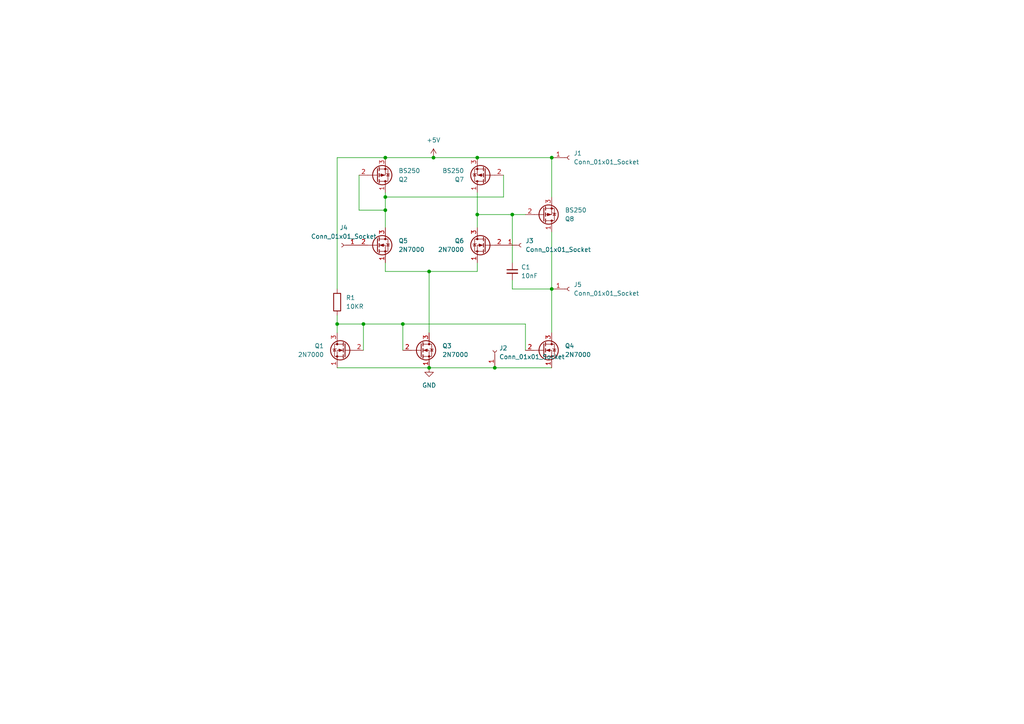
<source format=kicad_sch>
(kicad_sch
	(version 20250114)
	(generator "eeschema")
	(generator_version "9.0")
	(uuid "61aefb99-ed1c-4b07-a7c4-41761677bc89")
	(paper "A4")
	(lib_symbols
		(symbol "Connector:Conn_01x01_Socket"
			(pin_names
				(offset 1.016)
				(hide yes)
			)
			(exclude_from_sim no)
			(in_bom yes)
			(on_board yes)
			(property "Reference" "J"
				(at 0 2.54 0)
				(effects
					(font
						(size 1.27 1.27)
					)
				)
			)
			(property "Value" "Conn_01x01_Socket"
				(at 0 -2.54 0)
				(effects
					(font
						(size 1.27 1.27)
					)
				)
			)
			(property "Footprint" ""
				(at 0 0 0)
				(effects
					(font
						(size 1.27 1.27)
					)
					(hide yes)
				)
			)
			(property "Datasheet" "~"
				(at 0 0 0)
				(effects
					(font
						(size 1.27 1.27)
					)
					(hide yes)
				)
			)
			(property "Description" "Generic connector, single row, 01x01, script generated"
				(at 0 0 0)
				(effects
					(font
						(size 1.27 1.27)
					)
					(hide yes)
				)
			)
			(property "ki_locked" ""
				(at 0 0 0)
				(effects
					(font
						(size 1.27 1.27)
					)
				)
			)
			(property "ki_keywords" "connector"
				(at 0 0 0)
				(effects
					(font
						(size 1.27 1.27)
					)
					(hide yes)
				)
			)
			(property "ki_fp_filters" "Connector*:*_1x??_*"
				(at 0 0 0)
				(effects
					(font
						(size 1.27 1.27)
					)
					(hide yes)
				)
			)
			(symbol "Conn_01x01_Socket_1_1"
				(polyline
					(pts
						(xy -1.27 0) (xy -0.508 0)
					)
					(stroke
						(width 0.1524)
						(type default)
					)
					(fill
						(type none)
					)
				)
				(arc
					(start 0 -0.508)
					(mid -0.5058 0)
					(end 0 0.508)
					(stroke
						(width 0.1524)
						(type default)
					)
					(fill
						(type none)
					)
				)
				(pin passive line
					(at -5.08 0 0)
					(length 3.81)
					(name "Pin_1"
						(effects
							(font
								(size 1.27 1.27)
							)
						)
					)
					(number "1"
						(effects
							(font
								(size 1.27 1.27)
							)
						)
					)
				)
			)
			(embedded_fonts no)
		)
		(symbol "Device:C_Small"
			(pin_numbers
				(hide yes)
			)
			(pin_names
				(offset 0.254)
				(hide yes)
			)
			(exclude_from_sim no)
			(in_bom yes)
			(on_board yes)
			(property "Reference" "C"
				(at 0.254 1.778 0)
				(effects
					(font
						(size 1.27 1.27)
					)
					(justify left)
				)
			)
			(property "Value" "C_Small"
				(at 0.254 -2.032 0)
				(effects
					(font
						(size 1.27 1.27)
					)
					(justify left)
				)
			)
			(property "Footprint" ""
				(at 0 0 0)
				(effects
					(font
						(size 1.27 1.27)
					)
					(hide yes)
				)
			)
			(property "Datasheet" "~"
				(at 0 0 0)
				(effects
					(font
						(size 1.27 1.27)
					)
					(hide yes)
				)
			)
			(property "Description" "Unpolarized capacitor, small symbol"
				(at 0 0 0)
				(effects
					(font
						(size 1.27 1.27)
					)
					(hide yes)
				)
			)
			(property "ki_keywords" "capacitor cap"
				(at 0 0 0)
				(effects
					(font
						(size 1.27 1.27)
					)
					(hide yes)
				)
			)
			(property "ki_fp_filters" "C_*"
				(at 0 0 0)
				(effects
					(font
						(size 1.27 1.27)
					)
					(hide yes)
				)
			)
			(symbol "C_Small_0_1"
				(polyline
					(pts
						(xy -1.524 0.508) (xy 1.524 0.508)
					)
					(stroke
						(width 0.3048)
						(type default)
					)
					(fill
						(type none)
					)
				)
				(polyline
					(pts
						(xy -1.524 -0.508) (xy 1.524 -0.508)
					)
					(stroke
						(width 0.3302)
						(type default)
					)
					(fill
						(type none)
					)
				)
			)
			(symbol "C_Small_1_1"
				(pin passive line
					(at 0 2.54 270)
					(length 2.032)
					(name "~"
						(effects
							(font
								(size 1.27 1.27)
							)
						)
					)
					(number "1"
						(effects
							(font
								(size 1.27 1.27)
							)
						)
					)
				)
				(pin passive line
					(at 0 -2.54 90)
					(length 2.032)
					(name "~"
						(effects
							(font
								(size 1.27 1.27)
							)
						)
					)
					(number "2"
						(effects
							(font
								(size 1.27 1.27)
							)
						)
					)
				)
			)
			(embedded_fonts no)
		)
		(symbol "Device:R"
			(pin_numbers
				(hide yes)
			)
			(pin_names
				(offset 0)
			)
			(exclude_from_sim no)
			(in_bom yes)
			(on_board yes)
			(property "Reference" "R"
				(at 2.032 0 90)
				(effects
					(font
						(size 1.27 1.27)
					)
				)
			)
			(property "Value" "R"
				(at 0 0 90)
				(effects
					(font
						(size 1.27 1.27)
					)
				)
			)
			(property "Footprint" ""
				(at -1.778 0 90)
				(effects
					(font
						(size 1.27 1.27)
					)
					(hide yes)
				)
			)
			(property "Datasheet" "~"
				(at 0 0 0)
				(effects
					(font
						(size 1.27 1.27)
					)
					(hide yes)
				)
			)
			(property "Description" "Resistor"
				(at 0 0 0)
				(effects
					(font
						(size 1.27 1.27)
					)
					(hide yes)
				)
			)
			(property "ki_keywords" "R res resistor"
				(at 0 0 0)
				(effects
					(font
						(size 1.27 1.27)
					)
					(hide yes)
				)
			)
			(property "ki_fp_filters" "R_*"
				(at 0 0 0)
				(effects
					(font
						(size 1.27 1.27)
					)
					(hide yes)
				)
			)
			(symbol "R_0_1"
				(rectangle
					(start -1.016 -2.54)
					(end 1.016 2.54)
					(stroke
						(width 0.254)
						(type default)
					)
					(fill
						(type none)
					)
				)
			)
			(symbol "R_1_1"
				(pin passive line
					(at 0 3.81 270)
					(length 1.27)
					(name "~"
						(effects
							(font
								(size 1.27 1.27)
							)
						)
					)
					(number "1"
						(effects
							(font
								(size 1.27 1.27)
							)
						)
					)
				)
				(pin passive line
					(at 0 -3.81 90)
					(length 1.27)
					(name "~"
						(effects
							(font
								(size 1.27 1.27)
							)
						)
					)
					(number "2"
						(effects
							(font
								(size 1.27 1.27)
							)
						)
					)
				)
			)
			(embedded_fonts no)
		)
		(symbol "Transistor_FET:2N7000"
			(pin_names
				(hide yes)
			)
			(exclude_from_sim no)
			(in_bom yes)
			(on_board yes)
			(property "Reference" "Q"
				(at 5.08 1.905 0)
				(effects
					(font
						(size 1.27 1.27)
					)
					(justify left)
				)
			)
			(property "Value" "2N7000"
				(at 5.08 0 0)
				(effects
					(font
						(size 1.27 1.27)
					)
					(justify left)
				)
			)
			(property "Footprint" "Package_TO_SOT_THT:TO-92_Inline"
				(at 5.08 -1.905 0)
				(effects
					(font
						(size 1.27 1.27)
						(italic yes)
					)
					(justify left)
					(hide yes)
				)
			)
			(property "Datasheet" "https://www.vishay.com/docs/70226/70226.pdf"
				(at 5.08 -3.81 0)
				(effects
					(font
						(size 1.27 1.27)
					)
					(justify left)
					(hide yes)
				)
			)
			(property "Description" "0.2A Id, 200V Vds, N-Channel MOSFET, 2.6V Logic Level, TO-92"
				(at 0 0 0)
				(effects
					(font
						(size 1.27 1.27)
					)
					(hide yes)
				)
			)
			(property "ki_keywords" "N-Channel MOSFET Logic-Level"
				(at 0 0 0)
				(effects
					(font
						(size 1.27 1.27)
					)
					(hide yes)
				)
			)
			(property "ki_fp_filters" "TO?92*"
				(at 0 0 0)
				(effects
					(font
						(size 1.27 1.27)
					)
					(hide yes)
				)
			)
			(symbol "2N7000_0_1"
				(polyline
					(pts
						(xy 0.254 1.905) (xy 0.254 -1.905)
					)
					(stroke
						(width 0.254)
						(type default)
					)
					(fill
						(type none)
					)
				)
				(polyline
					(pts
						(xy 0.254 0) (xy -2.54 0)
					)
					(stroke
						(width 0)
						(type default)
					)
					(fill
						(type none)
					)
				)
				(polyline
					(pts
						(xy 0.762 2.286) (xy 0.762 1.27)
					)
					(stroke
						(width 0.254)
						(type default)
					)
					(fill
						(type none)
					)
				)
				(polyline
					(pts
						(xy 0.762 0.508) (xy 0.762 -0.508)
					)
					(stroke
						(width 0.254)
						(type default)
					)
					(fill
						(type none)
					)
				)
				(polyline
					(pts
						(xy 0.762 -1.27) (xy 0.762 -2.286)
					)
					(stroke
						(width 0.254)
						(type default)
					)
					(fill
						(type none)
					)
				)
				(polyline
					(pts
						(xy 0.762 -1.778) (xy 3.302 -1.778) (xy 3.302 1.778) (xy 0.762 1.778)
					)
					(stroke
						(width 0)
						(type default)
					)
					(fill
						(type none)
					)
				)
				(polyline
					(pts
						(xy 1.016 0) (xy 2.032 0.381) (xy 2.032 -0.381) (xy 1.016 0)
					)
					(stroke
						(width 0)
						(type default)
					)
					(fill
						(type outline)
					)
				)
				(circle
					(center 1.651 0)
					(radius 2.794)
					(stroke
						(width 0.254)
						(type default)
					)
					(fill
						(type none)
					)
				)
				(polyline
					(pts
						(xy 2.54 2.54) (xy 2.54 1.778)
					)
					(stroke
						(width 0)
						(type default)
					)
					(fill
						(type none)
					)
				)
				(circle
					(center 2.54 1.778)
					(radius 0.254)
					(stroke
						(width 0)
						(type default)
					)
					(fill
						(type outline)
					)
				)
				(circle
					(center 2.54 -1.778)
					(radius 0.254)
					(stroke
						(width 0)
						(type default)
					)
					(fill
						(type outline)
					)
				)
				(polyline
					(pts
						(xy 2.54 -2.54) (xy 2.54 0) (xy 0.762 0)
					)
					(stroke
						(width 0)
						(type default)
					)
					(fill
						(type none)
					)
				)
				(polyline
					(pts
						(xy 2.794 0.508) (xy 2.921 0.381) (xy 3.683 0.381) (xy 3.81 0.254)
					)
					(stroke
						(width 0)
						(type default)
					)
					(fill
						(type none)
					)
				)
				(polyline
					(pts
						(xy 3.302 0.381) (xy 2.921 -0.254) (xy 3.683 -0.254) (xy 3.302 0.381)
					)
					(stroke
						(width 0)
						(type default)
					)
					(fill
						(type none)
					)
				)
			)
			(symbol "2N7000_1_1"
				(pin input line
					(at -5.08 0 0)
					(length 2.54)
					(name "G"
						(effects
							(font
								(size 1.27 1.27)
							)
						)
					)
					(number "2"
						(effects
							(font
								(size 1.27 1.27)
							)
						)
					)
				)
				(pin passive line
					(at 2.54 5.08 270)
					(length 2.54)
					(name "D"
						(effects
							(font
								(size 1.27 1.27)
							)
						)
					)
					(number "3"
						(effects
							(font
								(size 1.27 1.27)
							)
						)
					)
				)
				(pin passive line
					(at 2.54 -5.08 90)
					(length 2.54)
					(name "S"
						(effects
							(font
								(size 1.27 1.27)
							)
						)
					)
					(number "1"
						(effects
							(font
								(size 1.27 1.27)
							)
						)
					)
				)
			)
			(embedded_fonts no)
		)
		(symbol "Transistor_FET:BS250"
			(pin_names
				(hide yes)
			)
			(exclude_from_sim no)
			(in_bom yes)
			(on_board yes)
			(property "Reference" "Q"
				(at 5.08 1.905 0)
				(effects
					(font
						(size 1.27 1.27)
					)
					(justify left)
				)
			)
			(property "Value" "BS250"
				(at 5.08 0 0)
				(effects
					(font
						(size 1.27 1.27)
					)
					(justify left)
				)
			)
			(property "Footprint" "Package_TO_SOT_THT:TO-92_Inline"
				(at 5.08 -1.905 0)
				(effects
					(font
						(size 1.27 1.27)
						(italic yes)
					)
					(justify left)
					(hide yes)
				)
			)
			(property "Datasheet" "http://www.vishay.com/docs/70209/70209.pdf"
				(at 5.08 -3.81 0)
				(effects
					(font
						(size 1.27 1.27)
					)
					(justify left)
					(hide yes)
				)
			)
			(property "Description" "-0.18A Id, -45V Vds, P-Channel MOSFET, TO-92"
				(at 0 0 0)
				(effects
					(font
						(size 1.27 1.27)
					)
					(hide yes)
				)
			)
			(property "ki_keywords" "P-Channel MOSFET"
				(at 0 0 0)
				(effects
					(font
						(size 1.27 1.27)
					)
					(hide yes)
				)
			)
			(property "ki_fp_filters" "TO?92*"
				(at 0 0 0)
				(effects
					(font
						(size 1.27 1.27)
					)
					(hide yes)
				)
			)
			(symbol "BS250_0_1"
				(polyline
					(pts
						(xy 0.254 1.905) (xy 0.254 -1.905)
					)
					(stroke
						(width 0.254)
						(type default)
					)
					(fill
						(type none)
					)
				)
				(polyline
					(pts
						(xy 0.254 0) (xy -2.54 0)
					)
					(stroke
						(width 0)
						(type default)
					)
					(fill
						(type none)
					)
				)
				(polyline
					(pts
						(xy 0.762 2.286) (xy 0.762 1.27)
					)
					(stroke
						(width 0.254)
						(type default)
					)
					(fill
						(type none)
					)
				)
				(polyline
					(pts
						(xy 0.762 1.778) (xy 3.302 1.778) (xy 3.302 -1.778) (xy 0.762 -1.778)
					)
					(stroke
						(width 0)
						(type default)
					)
					(fill
						(type none)
					)
				)
				(polyline
					(pts
						(xy 0.762 0.508) (xy 0.762 -0.508)
					)
					(stroke
						(width 0.254)
						(type default)
					)
					(fill
						(type none)
					)
				)
				(polyline
					(pts
						(xy 0.762 -1.27) (xy 0.762 -2.286)
					)
					(stroke
						(width 0.254)
						(type default)
					)
					(fill
						(type none)
					)
				)
				(circle
					(center 1.651 0)
					(radius 2.794)
					(stroke
						(width 0.254)
						(type default)
					)
					(fill
						(type none)
					)
				)
				(polyline
					(pts
						(xy 2.286 0) (xy 1.27 0.381) (xy 1.27 -0.381) (xy 2.286 0)
					)
					(stroke
						(width 0)
						(type default)
					)
					(fill
						(type outline)
					)
				)
				(polyline
					(pts
						(xy 2.54 2.54) (xy 2.54 1.778)
					)
					(stroke
						(width 0)
						(type default)
					)
					(fill
						(type none)
					)
				)
				(circle
					(center 2.54 1.778)
					(radius 0.254)
					(stroke
						(width 0)
						(type default)
					)
					(fill
						(type outline)
					)
				)
				(circle
					(center 2.54 -1.778)
					(radius 0.254)
					(stroke
						(width 0)
						(type default)
					)
					(fill
						(type outline)
					)
				)
				(polyline
					(pts
						(xy 2.54 -2.54) (xy 2.54 0) (xy 0.762 0)
					)
					(stroke
						(width 0)
						(type default)
					)
					(fill
						(type none)
					)
				)
				(polyline
					(pts
						(xy 2.794 -0.508) (xy 2.921 -0.381) (xy 3.683 -0.381) (xy 3.81 -0.254)
					)
					(stroke
						(width 0)
						(type default)
					)
					(fill
						(type none)
					)
				)
				(polyline
					(pts
						(xy 3.302 -0.381) (xy 2.921 0.254) (xy 3.683 0.254) (xy 3.302 -0.381)
					)
					(stroke
						(width 0)
						(type default)
					)
					(fill
						(type none)
					)
				)
			)
			(symbol "BS250_1_1"
				(pin input line
					(at -5.08 0 0)
					(length 2.54)
					(name "G"
						(effects
							(font
								(size 1.27 1.27)
							)
						)
					)
					(number "2"
						(effects
							(font
								(size 1.27 1.27)
							)
						)
					)
				)
				(pin passive line
					(at 2.54 5.08 270)
					(length 2.54)
					(name "D"
						(effects
							(font
								(size 1.27 1.27)
							)
						)
					)
					(number "1"
						(effects
							(font
								(size 1.27 1.27)
							)
						)
					)
				)
				(pin passive line
					(at 2.54 -5.08 90)
					(length 2.54)
					(name "S"
						(effects
							(font
								(size 1.27 1.27)
							)
						)
					)
					(number "3"
						(effects
							(font
								(size 1.27 1.27)
							)
						)
					)
				)
			)
			(embedded_fonts no)
		)
		(symbol "power:+5V"
			(power)
			(pin_numbers
				(hide yes)
			)
			(pin_names
				(offset 0)
				(hide yes)
			)
			(exclude_from_sim no)
			(in_bom yes)
			(on_board yes)
			(property "Reference" "#PWR"
				(at 0 -3.81 0)
				(effects
					(font
						(size 1.27 1.27)
					)
					(hide yes)
				)
			)
			(property "Value" "+5V"
				(at 0 3.556 0)
				(effects
					(font
						(size 1.27 1.27)
					)
				)
			)
			(property "Footprint" ""
				(at 0 0 0)
				(effects
					(font
						(size 1.27 1.27)
					)
					(hide yes)
				)
			)
			(property "Datasheet" ""
				(at 0 0 0)
				(effects
					(font
						(size 1.27 1.27)
					)
					(hide yes)
				)
			)
			(property "Description" "Power symbol creates a global label with name \"+5V\""
				(at 0 0 0)
				(effects
					(font
						(size 1.27 1.27)
					)
					(hide yes)
				)
			)
			(property "ki_keywords" "global power"
				(at 0 0 0)
				(effects
					(font
						(size 1.27 1.27)
					)
					(hide yes)
				)
			)
			(symbol "+5V_0_1"
				(polyline
					(pts
						(xy -0.762 1.27) (xy 0 2.54)
					)
					(stroke
						(width 0)
						(type default)
					)
					(fill
						(type none)
					)
				)
				(polyline
					(pts
						(xy 0 2.54) (xy 0.762 1.27)
					)
					(stroke
						(width 0)
						(type default)
					)
					(fill
						(type none)
					)
				)
				(polyline
					(pts
						(xy 0 0) (xy 0 2.54)
					)
					(stroke
						(width 0)
						(type default)
					)
					(fill
						(type none)
					)
				)
			)
			(symbol "+5V_1_1"
				(pin power_in line
					(at 0 0 90)
					(length 0)
					(name "~"
						(effects
							(font
								(size 1.27 1.27)
							)
						)
					)
					(number "1"
						(effects
							(font
								(size 1.27 1.27)
							)
						)
					)
				)
			)
			(embedded_fonts no)
		)
		(symbol "power:GND"
			(power)
			(pin_numbers
				(hide yes)
			)
			(pin_names
				(offset 0)
				(hide yes)
			)
			(exclude_from_sim no)
			(in_bom yes)
			(on_board yes)
			(property "Reference" "#PWR"
				(at 0 -6.35 0)
				(effects
					(font
						(size 1.27 1.27)
					)
					(hide yes)
				)
			)
			(property "Value" "GND"
				(at 0 -3.81 0)
				(effects
					(font
						(size 1.27 1.27)
					)
				)
			)
			(property "Footprint" ""
				(at 0 0 0)
				(effects
					(font
						(size 1.27 1.27)
					)
					(hide yes)
				)
			)
			(property "Datasheet" ""
				(at 0 0 0)
				(effects
					(font
						(size 1.27 1.27)
					)
					(hide yes)
				)
			)
			(property "Description" "Power symbol creates a global label with name \"GND\" , ground"
				(at 0 0 0)
				(effects
					(font
						(size 1.27 1.27)
					)
					(hide yes)
				)
			)
			(property "ki_keywords" "global power"
				(at 0 0 0)
				(effects
					(font
						(size 1.27 1.27)
					)
					(hide yes)
				)
			)
			(symbol "GND_0_1"
				(polyline
					(pts
						(xy 0 0) (xy 0 -1.27) (xy 1.27 -1.27) (xy 0 -2.54) (xy -1.27 -1.27) (xy 0 -1.27)
					)
					(stroke
						(width 0)
						(type default)
					)
					(fill
						(type none)
					)
				)
			)
			(symbol "GND_1_1"
				(pin power_in line
					(at 0 0 270)
					(length 0)
					(name "~"
						(effects
							(font
								(size 1.27 1.27)
							)
						)
					)
					(number "1"
						(effects
							(font
								(size 1.27 1.27)
							)
						)
					)
				)
			)
			(embedded_fonts no)
		)
	)
	(junction
		(at 138.43 62.23)
		(diameter 0)
		(color 0 0 0 0)
		(uuid "0f04e853-dac1-443d-b420-c3abce9d1f56")
	)
	(junction
		(at 125.73 45.72)
		(diameter 0)
		(color 0 0 0 0)
		(uuid "179d9b84-b9fb-4b18-90c9-6a30609b8532")
	)
	(junction
		(at 111.76 45.72)
		(diameter 0)
		(color 0 0 0 0)
		(uuid "2ea18982-aa72-417c-b8a0-d7a8c91061b4")
	)
	(junction
		(at 148.59 62.23)
		(diameter 0)
		(color 0 0 0 0)
		(uuid "301569cd-f332-417a-a909-144bf1ac22b9")
	)
	(junction
		(at 160.02 83.82)
		(diameter 0)
		(color 0 0 0 0)
		(uuid "461cf23a-37b8-481d-96ea-8e8d5c74d97c")
	)
	(junction
		(at 105.41 93.98)
		(diameter 0)
		(color 0 0 0 0)
		(uuid "484961af-d6f9-4d69-aef6-a547f3b5055b")
	)
	(junction
		(at 124.46 106.68)
		(diameter 0)
		(color 0 0 0 0)
		(uuid "71e4caba-a3c3-446e-97ce-d1c1550dbf3c")
	)
	(junction
		(at 111.76 57.15)
		(diameter 0)
		(color 0 0 0 0)
		(uuid "728eabe0-d1af-4756-8695-348f5d819151")
	)
	(junction
		(at 124.46 78.74)
		(diameter 0)
		(color 0 0 0 0)
		(uuid "78bc99b3-19d4-4e7d-b30a-2b07d1b40dc8")
	)
	(junction
		(at 160.02 45.72)
		(diameter 0)
		(color 0 0 0 0)
		(uuid "926c94f0-5371-4451-b356-7b3ceb739ce2")
	)
	(junction
		(at 143.51 106.68)
		(diameter 0)
		(color 0 0 0 0)
		(uuid "95c2424c-538f-49f1-9bd9-f180378d5ef7")
	)
	(junction
		(at 97.79 93.98)
		(diameter 0)
		(color 0 0 0 0)
		(uuid "9ae262fe-1ea1-4800-ad28-154792656964")
	)
	(junction
		(at 111.76 60.96)
		(diameter 0)
		(color 0 0 0 0)
		(uuid "a9f1a428-6d30-4ed9-a157-097c441c0906")
	)
	(junction
		(at 116.84 93.98)
		(diameter 0)
		(color 0 0 0 0)
		(uuid "e95ff3fa-6c62-4665-a8d6-60cedabae39c")
	)
	(junction
		(at 138.43 45.72)
		(diameter 0)
		(color 0 0 0 0)
		(uuid "eb8b8a93-5ebc-4f60-ba23-5503bbdf344a")
	)
	(wire
		(pts
			(xy 97.79 45.72) (xy 97.79 83.82)
		)
		(stroke
			(width 0)
			(type default)
		)
		(uuid "0099e13c-17c3-4cea-acd6-004fbf8e1e1b")
	)
	(wire
		(pts
			(xy 116.84 93.98) (xy 152.4 93.98)
		)
		(stroke
			(width 0)
			(type default)
		)
		(uuid "0a1cd768-953a-4ff4-af92-5fa210da1754")
	)
	(wire
		(pts
			(xy 111.76 60.96) (xy 111.76 66.04)
		)
		(stroke
			(width 0)
			(type default)
		)
		(uuid "0fd5bd10-b5c5-45ba-839c-aa95ade75fbd")
	)
	(wire
		(pts
			(xy 138.43 45.72) (xy 160.02 45.72)
		)
		(stroke
			(width 0)
			(type default)
		)
		(uuid "16fbac89-864d-4c19-92b9-978229220c8a")
	)
	(wire
		(pts
			(xy 138.43 78.74) (xy 138.43 76.2)
		)
		(stroke
			(width 0)
			(type default)
		)
		(uuid "1a37d4c5-0fd9-4b69-8e97-aab60bdbeab1")
	)
	(wire
		(pts
			(xy 104.14 60.96) (xy 111.76 60.96)
		)
		(stroke
			(width 0)
			(type default)
		)
		(uuid "218b3c06-d7d3-4d6c-a471-4c41409fe5e2")
	)
	(wire
		(pts
			(xy 124.46 78.74) (xy 138.43 78.74)
		)
		(stroke
			(width 0)
			(type default)
		)
		(uuid "230ab068-01a4-42c3-8b11-7b8f9a7a5957")
	)
	(wire
		(pts
			(xy 105.41 93.98) (xy 116.84 93.98)
		)
		(stroke
			(width 0)
			(type default)
		)
		(uuid "25ae001d-a9e8-4418-b7e7-69305e0ac2c0")
	)
	(wire
		(pts
			(xy 148.59 83.82) (xy 160.02 83.82)
		)
		(stroke
			(width 0)
			(type default)
		)
		(uuid "2c604994-092f-4124-9a7e-563ebf92c37d")
	)
	(wire
		(pts
			(xy 105.41 93.98) (xy 105.41 101.6)
		)
		(stroke
			(width 0)
			(type default)
		)
		(uuid "32d0c744-feb3-40f7-8973-bb2178b28c07")
	)
	(wire
		(pts
			(xy 148.59 62.23) (xy 148.59 76.2)
		)
		(stroke
			(width 0)
			(type default)
		)
		(uuid "3eb5c091-c839-4b1f-9f6e-ad755e930626")
	)
	(wire
		(pts
			(xy 138.43 62.23) (xy 138.43 66.04)
		)
		(stroke
			(width 0)
			(type default)
		)
		(uuid "4b1245e2-1520-4794-8682-ce0892c495ef")
	)
	(wire
		(pts
			(xy 160.02 45.72) (xy 160.02 57.15)
		)
		(stroke
			(width 0)
			(type default)
		)
		(uuid "4c432137-517d-4108-a985-fd8285d60a57")
	)
	(wire
		(pts
			(xy 97.79 91.44) (xy 97.79 93.98)
		)
		(stroke
			(width 0)
			(type default)
		)
		(uuid "57935631-5de7-498e-9756-49ff823f1d03")
	)
	(wire
		(pts
			(xy 148.59 81.28) (xy 148.59 83.82)
		)
		(stroke
			(width 0)
			(type default)
		)
		(uuid "57ed8f04-f00e-4e4d-a824-553abeeeb88c")
	)
	(wire
		(pts
			(xy 160.02 67.31) (xy 160.02 83.82)
		)
		(stroke
			(width 0)
			(type default)
		)
		(uuid "5ccab2cb-dc49-4580-9220-9c44d1345699")
	)
	(wire
		(pts
			(xy 97.79 93.98) (xy 97.79 96.52)
		)
		(stroke
			(width 0)
			(type default)
		)
		(uuid "5cdebeda-7dc9-4f13-91aa-2270d33563ed")
	)
	(wire
		(pts
			(xy 152.4 93.98) (xy 152.4 101.6)
		)
		(stroke
			(width 0)
			(type default)
		)
		(uuid "5d2b0b53-c43d-43c7-9965-ec8ab9711a84")
	)
	(wire
		(pts
			(xy 148.59 62.23) (xy 152.4 62.23)
		)
		(stroke
			(width 0)
			(type default)
		)
		(uuid "61b2fe4c-a07c-426b-a999-ae3aa1da8105")
	)
	(wire
		(pts
			(xy 111.76 55.88) (xy 111.76 57.15)
		)
		(stroke
			(width 0)
			(type default)
		)
		(uuid "6df84c80-194b-4341-bfa6-ccd2de8d7af1")
	)
	(wire
		(pts
			(xy 111.76 57.15) (xy 146.05 57.15)
		)
		(stroke
			(width 0)
			(type default)
		)
		(uuid "71e0d2be-2cdf-48e3-bafb-5af7af9192d0")
	)
	(wire
		(pts
			(xy 160.02 83.82) (xy 160.02 96.52)
		)
		(stroke
			(width 0)
			(type default)
		)
		(uuid "72e40655-e3ab-4a16-9cc3-e5290333f0be")
	)
	(wire
		(pts
			(xy 138.43 62.23) (xy 148.59 62.23)
		)
		(stroke
			(width 0)
			(type default)
		)
		(uuid "78597cbd-3bdd-43b4-ace8-08336157a8bc")
	)
	(wire
		(pts
			(xy 111.76 57.15) (xy 111.76 60.96)
		)
		(stroke
			(width 0)
			(type default)
		)
		(uuid "838f7c9f-013a-4993-a040-aecffe672f41")
	)
	(wire
		(pts
			(xy 111.76 78.74) (xy 124.46 78.74)
		)
		(stroke
			(width 0)
			(type default)
		)
		(uuid "8418c9f0-10a8-4304-a7f1-74fa0b9f2306")
	)
	(wire
		(pts
			(xy 146.05 57.15) (xy 146.05 50.8)
		)
		(stroke
			(width 0)
			(type default)
		)
		(uuid "8b80a443-8645-4043-8d7b-600030018de4")
	)
	(wire
		(pts
			(xy 104.14 60.96) (xy 104.14 50.8)
		)
		(stroke
			(width 0)
			(type default)
		)
		(uuid "91289ad8-fabc-46d1-b964-383d6022db68")
	)
	(wire
		(pts
			(xy 116.84 93.98) (xy 116.84 101.6)
		)
		(stroke
			(width 0)
			(type default)
		)
		(uuid "ab74b542-de99-4cf9-bacf-2b3899477df8")
	)
	(wire
		(pts
			(xy 97.79 93.98) (xy 105.41 93.98)
		)
		(stroke
			(width 0)
			(type default)
		)
		(uuid "c0bbb51f-e728-4896-878d-f2d2b47d8402")
	)
	(wire
		(pts
			(xy 111.76 45.72) (xy 97.79 45.72)
		)
		(stroke
			(width 0)
			(type default)
		)
		(uuid "c6e06212-63a7-471d-8804-38d4e9538e6a")
	)
	(wire
		(pts
			(xy 143.51 106.68) (xy 160.02 106.68)
		)
		(stroke
			(width 0)
			(type default)
		)
		(uuid "d175be63-51cf-4f4b-a527-971e2c6c841b")
	)
	(wire
		(pts
			(xy 124.46 96.52) (xy 124.46 78.74)
		)
		(stroke
			(width 0)
			(type default)
		)
		(uuid "d30c16b4-291d-41a0-b371-cca0c248b97d")
	)
	(wire
		(pts
			(xy 138.43 55.88) (xy 138.43 62.23)
		)
		(stroke
			(width 0)
			(type default)
		)
		(uuid "de51f39c-e248-472e-b83b-401c7878b3dd")
	)
	(wire
		(pts
			(xy 124.46 106.68) (xy 143.51 106.68)
		)
		(stroke
			(width 0)
			(type default)
		)
		(uuid "dfbda9c4-88dd-41a2-8b58-997f6721dec5")
	)
	(wire
		(pts
			(xy 125.73 45.72) (xy 138.43 45.72)
		)
		(stroke
			(width 0)
			(type default)
		)
		(uuid "f705666a-fa46-4a18-aaa2-8b991bcdfdad")
	)
	(wire
		(pts
			(xy 111.76 78.74) (xy 111.76 76.2)
		)
		(stroke
			(width 0)
			(type default)
		)
		(uuid "f9811784-68c7-456e-9c91-7a69ca30ef14")
	)
	(wire
		(pts
			(xy 111.76 45.72) (xy 125.73 45.72)
		)
		(stroke
			(width 0)
			(type default)
		)
		(uuid "f9fd571a-19f0-4f70-917f-f0f05c8edb0c")
	)
	(wire
		(pts
			(xy 97.79 106.68) (xy 124.46 106.68)
		)
		(stroke
			(width 0)
			(type default)
		)
		(uuid "fccef560-404f-4abb-bf16-4411bcda5725")
	)
	(symbol
		(lib_id "Device:C_Small")
		(at 148.59 78.74 0)
		(unit 1)
		(exclude_from_sim no)
		(in_bom yes)
		(on_board yes)
		(dnp no)
		(fields_autoplaced yes)
		(uuid "1c58a91b-2cc9-48f3-b19c-0f50efdb2ab5")
		(property "Reference" "C1"
			(at 151.13 77.4762 0)
			(effects
				(font
					(size 1.27 1.27)
				)
				(justify left)
			)
		)
		(property "Value" "10nF"
			(at 151.13 80.0162 0)
			(effects
				(font
					(size 1.27 1.27)
				)
				(justify left)
			)
		)
		(property "Footprint" "Capacitor_THT:C_Disc_D3.0mm_W1.6mm_P2.50mm"
			(at 148.59 78.74 0)
			(effects
				(font
					(size 1.27 1.27)
				)
				(hide yes)
			)
		)
		(property "Datasheet" "~"
			(at 148.59 78.74 0)
			(effects
				(font
					(size 1.27 1.27)
				)
				(hide yes)
			)
		)
		(property "Description" "Unpolarized capacitor, small symbol"
			(at 148.59 78.74 0)
			(effects
				(font
					(size 1.27 1.27)
				)
				(hide yes)
			)
		)
		(pin "1"
			(uuid "2d2ba68d-4521-4a55-bb12-40982551c962")
		)
		(pin "2"
			(uuid "2a7960de-8f90-41fd-af00-83c8b91012a9")
		)
		(instances
			(project ""
				(path "/61aefb99-ed1c-4b07-a7c4-41761677bc89"
					(reference "C1")
					(unit 1)
				)
			)
		)
	)
	(symbol
		(lib_id "power:GND")
		(at 124.46 106.68 0)
		(unit 1)
		(exclude_from_sim no)
		(in_bom yes)
		(on_board yes)
		(dnp no)
		(fields_autoplaced yes)
		(uuid "211b5677-f30f-4186-9302-c47f5db0b651")
		(property "Reference" "#PWR02"
			(at 124.46 113.03 0)
			(effects
				(font
					(size 1.27 1.27)
				)
				(hide yes)
			)
		)
		(property "Value" "GND"
			(at 124.46 111.76 0)
			(effects
				(font
					(size 1.27 1.27)
				)
			)
		)
		(property "Footprint" ""
			(at 124.46 106.68 0)
			(effects
				(font
					(size 1.27 1.27)
				)
				(hide yes)
			)
		)
		(property "Datasheet" ""
			(at 124.46 106.68 0)
			(effects
				(font
					(size 1.27 1.27)
				)
				(hide yes)
			)
		)
		(property "Description" "Power symbol creates a global label with name \"GND\" , ground"
			(at 124.46 106.68 0)
			(effects
				(font
					(size 1.27 1.27)
				)
				(hide yes)
			)
		)
		(pin "1"
			(uuid "65eae069-6559-4d16-a0a2-1ec15551f709")
		)
		(instances
			(project ""
				(path "/61aefb99-ed1c-4b07-a7c4-41761677bc89"
					(reference "#PWR02")
					(unit 1)
				)
			)
		)
	)
	(symbol
		(lib_id "Connector:Conn_01x01_Socket")
		(at 143.51 101.6 90)
		(unit 1)
		(exclude_from_sim no)
		(in_bom yes)
		(on_board yes)
		(dnp no)
		(fields_autoplaced yes)
		(uuid "2132632c-db61-4e6c-842c-141d8616b37e")
		(property "Reference" "J2"
			(at 144.78 100.9649 90)
			(effects
				(font
					(size 1.27 1.27)
				)
				(justify right)
			)
		)
		(property "Value" "Conn_01x01_Socket"
			(at 144.78 103.5049 90)
			(effects
				(font
					(size 1.27 1.27)
				)
				(justify right)
			)
		)
		(property "Footprint" "Connector_PinHeader_2.54mm:PinHeader_1x01_P2.54mm_Vertical"
			(at 143.51 101.6 0)
			(effects
				(font
					(size 1.27 1.27)
				)
				(hide yes)
			)
		)
		(property "Datasheet" "~"
			(at 143.51 101.6 0)
			(effects
				(font
					(size 1.27 1.27)
				)
				(hide yes)
			)
		)
		(property "Description" "Generic connector, single row, 01x01, script generated"
			(at 143.51 101.6 0)
			(effects
				(font
					(size 1.27 1.27)
				)
				(hide yes)
			)
		)
		(pin "1"
			(uuid "23407700-e794-4f1c-ab1a-e85157bba880")
		)
		(instances
			(project "Proyecto_prueba"
				(path "/61aefb99-ed1c-4b07-a7c4-41761677bc89"
					(reference "J2")
					(unit 1)
				)
			)
		)
	)
	(symbol
		(lib_id "Transistor_FET:2N7000")
		(at 157.48 101.6 0)
		(unit 1)
		(exclude_from_sim no)
		(in_bom yes)
		(on_board yes)
		(dnp no)
		(fields_autoplaced yes)
		(uuid "4bbb7085-a83e-4099-877e-f0cab5231e8f")
		(property "Reference" "Q4"
			(at 163.83 100.3299 0)
			(effects
				(font
					(size 1.27 1.27)
				)
				(justify left)
			)
		)
		(property "Value" "2N7000"
			(at 163.83 102.8699 0)
			(effects
				(font
					(size 1.27 1.27)
				)
				(justify left)
			)
		)
		(property "Footprint" "Package_TO_SOT_THT:TO-92_Inline"
			(at 162.56 103.505 0)
			(effects
				(font
					(size 1.27 1.27)
					(italic yes)
				)
				(justify left)
				(hide yes)
			)
		)
		(property "Datasheet" "https://www.vishay.com/docs/70226/70226.pdf"
			(at 162.56 105.41 0)
			(effects
				(font
					(size 1.27 1.27)
				)
				(justify left)
				(hide yes)
			)
		)
		(property "Description" "0.2A Id, 200V Vds, N-Channel MOSFET, 2.6V Logic Level, TO-92"
			(at 157.48 101.6 0)
			(effects
				(font
					(size 1.27 1.27)
				)
				(hide yes)
			)
		)
		(pin "3"
			(uuid "bf45722e-4837-416e-9946-9c6d058cc1b8")
		)
		(pin "1"
			(uuid "f86db9d9-dce8-4ec5-8d23-b6512eff7d41")
		)
		(pin "2"
			(uuid "5943d120-2e48-431f-b0b9-1d09e0d1f224")
		)
		(instances
			(project ""
				(path "/61aefb99-ed1c-4b07-a7c4-41761677bc89"
					(reference "Q4")
					(unit 1)
				)
			)
		)
	)
	(symbol
		(lib_id "power:+5V")
		(at 125.73 45.72 0)
		(unit 1)
		(exclude_from_sim no)
		(in_bom yes)
		(on_board yes)
		(dnp no)
		(uuid "54e220ef-3b84-4369-8ffd-5bc89fd35c56")
		(property "Reference" "#PWR01"
			(at 125.73 49.53 0)
			(effects
				(font
					(size 1.27 1.27)
				)
				(hide yes)
			)
		)
		(property "Value" "+5V"
			(at 125.73 40.64 0)
			(effects
				(font
					(size 1.27 1.27)
				)
			)
		)
		(property "Footprint" ""
			(at 125.73 45.72 0)
			(effects
				(font
					(size 1.27 1.27)
				)
				(hide yes)
			)
		)
		(property "Datasheet" ""
			(at 125.73 45.72 0)
			(effects
				(font
					(size 1.27 1.27)
				)
				(hide yes)
			)
		)
		(property "Description" "Power symbol creates a global label with name \"+5V\""
			(at 125.73 45.72 0)
			(effects
				(font
					(size 1.27 1.27)
				)
				(hide yes)
			)
		)
		(pin "1"
			(uuid "35af3bf9-128a-4083-b5bc-e45a9dd34fc0")
		)
		(instances
			(project ""
				(path "/61aefb99-ed1c-4b07-a7c4-41761677bc89"
					(reference "#PWR01")
					(unit 1)
				)
			)
		)
	)
	(symbol
		(lib_id "Transistor_FET:BS250")
		(at 157.48 62.23 0)
		(mirror x)
		(unit 1)
		(exclude_from_sim no)
		(in_bom yes)
		(on_board yes)
		(dnp no)
		(uuid "6ee6e014-1e9c-47be-9dbc-d69b74716d4b")
		(property "Reference" "Q8"
			(at 163.83 63.5001 0)
			(effects
				(font
					(size 1.27 1.27)
				)
				(justify left)
			)
		)
		(property "Value" "BS250"
			(at 163.83 60.9601 0)
			(effects
				(font
					(size 1.27 1.27)
				)
				(justify left)
			)
		)
		(property "Footprint" "Package_TO_SOT_THT:TO-92_Inline"
			(at 162.56 60.325 0)
			(effects
				(font
					(size 1.27 1.27)
					(italic yes)
				)
				(justify left)
				(hide yes)
			)
		)
		(property "Datasheet" "http://www.vishay.com/docs/70209/70209.pdf"
			(at 162.56 58.42 0)
			(effects
				(font
					(size 1.27 1.27)
				)
				(justify left)
				(hide yes)
			)
		)
		(property "Description" "-0.18A Id, -45V Vds, P-Channel MOSFET, TO-92"
			(at 157.48 62.23 0)
			(effects
				(font
					(size 1.27 1.27)
				)
				(hide yes)
			)
		)
		(pin "1"
			(uuid "bb37ecf5-3fcb-4f32-a268-9a52ef990867")
		)
		(pin "2"
			(uuid "73ae72cf-54f2-4e12-8dde-7e89e802b693")
		)
		(pin "3"
			(uuid "1d02db5a-f46e-42a3-9cb1-5a0a4f9a6791")
		)
		(instances
			(project "Proyecto_prueba"
				(path "/61aefb99-ed1c-4b07-a7c4-41761677bc89"
					(reference "Q8")
					(unit 1)
				)
			)
		)
	)
	(symbol
		(lib_id "Transistor_FET:2N7000")
		(at 121.92 101.6 0)
		(unit 1)
		(exclude_from_sim no)
		(in_bom yes)
		(on_board yes)
		(dnp no)
		(fields_autoplaced yes)
		(uuid "729d50b0-820b-4536-ad46-46de80cbdc19")
		(property "Reference" "Q3"
			(at 128.27 100.3299 0)
			(effects
				(font
					(size 1.27 1.27)
				)
				(justify left)
			)
		)
		(property "Value" "2N7000"
			(at 128.27 102.8699 0)
			(effects
				(font
					(size 1.27 1.27)
				)
				(justify left)
			)
		)
		(property "Footprint" "Package_TO_SOT_THT:TO-92_Inline"
			(at 127 103.505 0)
			(effects
				(font
					(size 1.27 1.27)
					(italic yes)
				)
				(justify left)
				(hide yes)
			)
		)
		(property "Datasheet" "https://www.vishay.com/docs/70226/70226.pdf"
			(at 127 105.41 0)
			(effects
				(font
					(size 1.27 1.27)
				)
				(justify left)
				(hide yes)
			)
		)
		(property "Description" "0.2A Id, 200V Vds, N-Channel MOSFET, 2.6V Logic Level, TO-92"
			(at 121.92 101.6 0)
			(effects
				(font
					(size 1.27 1.27)
				)
				(hide yes)
			)
		)
		(pin "1"
			(uuid "d9319a58-c834-4894-8741-b35da2e84c90")
		)
		(pin "2"
			(uuid "c17f4d48-9f1a-4483-892f-3b620291fc08")
		)
		(pin "3"
			(uuid "075a9d4b-17aa-4e2c-9eb5-eb51c9c37eeb")
		)
		(instances
			(project ""
				(path "/61aefb99-ed1c-4b07-a7c4-41761677bc89"
					(reference "Q3")
					(unit 1)
				)
			)
		)
	)
	(symbol
		(lib_id "Transistor_FET:2N7000")
		(at 100.33 101.6 0)
		(mirror y)
		(unit 1)
		(exclude_from_sim no)
		(in_bom yes)
		(on_board yes)
		(dnp no)
		(uuid "7b2ee2bd-33e3-4604-8662-edb4d3cb5201")
		(property "Reference" "Q1"
			(at 93.98 100.3299 0)
			(effects
				(font
					(size 1.27 1.27)
				)
				(justify left)
			)
		)
		(property "Value" "2N7000"
			(at 93.98 102.8699 0)
			(effects
				(font
					(size 1.27 1.27)
				)
				(justify left)
			)
		)
		(property "Footprint" "Package_TO_SOT_THT:TO-92_Inline"
			(at 95.25 103.505 0)
			(effects
				(font
					(size 1.27 1.27)
					(italic yes)
				)
				(justify left)
				(hide yes)
			)
		)
		(property "Datasheet" "https://www.vishay.com/docs/70226/70226.pdf"
			(at 95.25 105.41 0)
			(effects
				(font
					(size 1.27 1.27)
				)
				(justify left)
				(hide yes)
			)
		)
		(property "Description" "0.2A Id, 200V Vds, N-Channel MOSFET, 2.6V Logic Level, TO-92"
			(at 100.33 101.6 0)
			(effects
				(font
					(size 1.27 1.27)
				)
				(hide yes)
			)
		)
		(pin "2"
			(uuid "32412ce7-fe00-4cd1-a6fc-24f06f387d75")
		)
		(pin "1"
			(uuid "a4110946-cfdc-435f-9217-c9a73ade7b8e")
		)
		(pin "3"
			(uuid "66d4469e-1562-4c60-aa5b-bf38093c4ce3")
		)
		(instances
			(project ""
				(path "/61aefb99-ed1c-4b07-a7c4-41761677bc89"
					(reference "Q1")
					(unit 1)
				)
			)
		)
	)
	(symbol
		(lib_id "Connector:Conn_01x01_Socket")
		(at 99.06 71.12 180)
		(unit 1)
		(exclude_from_sim no)
		(in_bom yes)
		(on_board yes)
		(dnp no)
		(fields_autoplaced yes)
		(uuid "7b449710-bcdc-468b-8d3d-f7ae4a4a2d3c")
		(property "Reference" "J4"
			(at 99.695 66.04 0)
			(effects
				(font
					(size 1.27 1.27)
				)
			)
		)
		(property "Value" "Conn_01x01_Socket"
			(at 99.695 68.58 0)
			(effects
				(font
					(size 1.27 1.27)
				)
			)
		)
		(property "Footprint" "Connector_PinHeader_2.54mm:PinHeader_1x01_P2.54mm_Vertical"
			(at 99.06 71.12 0)
			(effects
				(font
					(size 1.27 1.27)
				)
				(hide yes)
			)
		)
		(property "Datasheet" "~"
			(at 99.06 71.12 0)
			(effects
				(font
					(size 1.27 1.27)
				)
				(hide yes)
			)
		)
		(property "Description" "Generic connector, single row, 01x01, script generated"
			(at 99.06 71.12 0)
			(effects
				(font
					(size 1.27 1.27)
				)
				(hide yes)
			)
		)
		(pin "1"
			(uuid "9a83fd8f-7816-4fca-bc7b-86479853236e")
		)
		(instances
			(project "Proyecto_prueba"
				(path "/61aefb99-ed1c-4b07-a7c4-41761677bc89"
					(reference "J4")
					(unit 1)
				)
			)
		)
	)
	(symbol
		(lib_id "Connector:Conn_01x01_Socket")
		(at 165.1 83.82 0)
		(unit 1)
		(exclude_from_sim no)
		(in_bom yes)
		(on_board yes)
		(dnp no)
		(fields_autoplaced yes)
		(uuid "86fe8fcd-4705-47a0-8f72-fad2d01b245f")
		(property "Reference" "J5"
			(at 166.37 82.5499 0)
			(effects
				(font
					(size 1.27 1.27)
				)
				(justify left)
			)
		)
		(property "Value" "Conn_01x01_Socket"
			(at 166.37 85.0899 0)
			(effects
				(font
					(size 1.27 1.27)
				)
				(justify left)
			)
		)
		(property "Footprint" "Connector_PinHeader_2.54mm:PinHeader_1x01_P2.54mm_Vertical"
			(at 165.1 83.82 0)
			(effects
				(font
					(size 1.27 1.27)
				)
				(hide yes)
			)
		)
		(property "Datasheet" "~"
			(at 165.1 83.82 0)
			(effects
				(font
					(size 1.27 1.27)
				)
				(hide yes)
			)
		)
		(property "Description" "Generic connector, single row, 01x01, script generated"
			(at 165.1 83.82 0)
			(effects
				(font
					(size 1.27 1.27)
				)
				(hide yes)
			)
		)
		(pin "1"
			(uuid "52ba98b7-2209-4c88-abcd-9f8cf9da4b10")
		)
		(instances
			(project "Proyecto_prueba"
				(path "/61aefb99-ed1c-4b07-a7c4-41761677bc89"
					(reference "J5")
					(unit 1)
				)
			)
		)
	)
	(symbol
		(lib_id "Connector:Conn_01x01_Socket")
		(at 151.13 71.12 0)
		(unit 1)
		(exclude_from_sim no)
		(in_bom yes)
		(on_board yes)
		(dnp no)
		(fields_autoplaced yes)
		(uuid "9661aa08-f292-456b-8d0f-19c47f27222c")
		(property "Reference" "J3"
			(at 152.4 69.8499 0)
			(effects
				(font
					(size 1.27 1.27)
				)
				(justify left)
			)
		)
		(property "Value" "Conn_01x01_Socket"
			(at 152.4 72.3899 0)
			(effects
				(font
					(size 1.27 1.27)
				)
				(justify left)
			)
		)
		(property "Footprint" "Connector_PinHeader_2.54mm:PinHeader_1x01_P2.54mm_Vertical"
			(at 151.13 71.12 0)
			(effects
				(font
					(size 1.27 1.27)
				)
				(hide yes)
			)
		)
		(property "Datasheet" "~"
			(at 151.13 71.12 0)
			(effects
				(font
					(size 1.27 1.27)
				)
				(hide yes)
			)
		)
		(property "Description" "Generic connector, single row, 01x01, script generated"
			(at 151.13 71.12 0)
			(effects
				(font
					(size 1.27 1.27)
				)
				(hide yes)
			)
		)
		(pin "1"
			(uuid "d5e581eb-a32c-4469-94ac-6d67fdd37144")
		)
		(instances
			(project "Proyecto_prueba"
				(path "/61aefb99-ed1c-4b07-a7c4-41761677bc89"
					(reference "J3")
					(unit 1)
				)
			)
		)
	)
	(symbol
		(lib_id "Device:R")
		(at 97.79 87.63 0)
		(unit 1)
		(exclude_from_sim no)
		(in_bom yes)
		(on_board yes)
		(dnp no)
		(fields_autoplaced yes)
		(uuid "a14746d5-48bc-40fe-804c-3d1832b406a1")
		(property "Reference" "R1"
			(at 100.33 86.3599 0)
			(effects
				(font
					(size 1.27 1.27)
				)
				(justify left)
			)
		)
		(property "Value" "10KR"
			(at 100.33 88.8999 0)
			(effects
				(font
					(size 1.27 1.27)
				)
				(justify left)
			)
		)
		(property "Footprint" "Resistor_THT:R_Axial_DIN0204_L3.6mm_D1.6mm_P5.08mm_Horizontal"
			(at 96.012 87.63 90)
			(effects
				(font
					(size 1.27 1.27)
				)
				(hide yes)
			)
		)
		(property "Datasheet" "~"
			(at 97.79 87.63 0)
			(effects
				(font
					(size 1.27 1.27)
				)
				(hide yes)
			)
		)
		(property "Description" "Resistor"
			(at 97.79 87.63 0)
			(effects
				(font
					(size 1.27 1.27)
				)
				(hide yes)
			)
		)
		(pin "2"
			(uuid "27293e2c-2981-4afd-8d3a-42a318e7da2d")
		)
		(pin "1"
			(uuid "642553f3-f38f-4710-90b4-76910b23c9f7")
		)
		(instances
			(project ""
				(path "/61aefb99-ed1c-4b07-a7c4-41761677bc89"
					(reference "R1")
					(unit 1)
				)
			)
		)
	)
	(symbol
		(lib_id "Transistor_FET:BS250")
		(at 109.22 50.8 0)
		(mirror x)
		(unit 1)
		(exclude_from_sim no)
		(in_bom yes)
		(on_board yes)
		(dnp no)
		(uuid "b5ab3132-d080-4678-8582-a301025fc4f1")
		(property "Reference" "Q2"
			(at 115.57 52.0701 0)
			(effects
				(font
					(size 1.27 1.27)
				)
				(justify left)
			)
		)
		(property "Value" "BS250"
			(at 115.57 49.5301 0)
			(effects
				(font
					(size 1.27 1.27)
				)
				(justify left)
			)
		)
		(property "Footprint" "Package_TO_SOT_THT:TO-92_Inline"
			(at 114.3 48.895 0)
			(effects
				(font
					(size 1.27 1.27)
					(italic yes)
				)
				(justify left)
				(hide yes)
			)
		)
		(property "Datasheet" "http://www.vishay.com/docs/70209/70209.pdf"
			(at 114.3 46.99 0)
			(effects
				(font
					(size 1.27 1.27)
				)
				(justify left)
				(hide yes)
			)
		)
		(property "Description" "-0.18A Id, -45V Vds, P-Channel MOSFET, TO-92"
			(at 109.22 50.8 0)
			(effects
				(font
					(size 1.27 1.27)
				)
				(hide yes)
			)
		)
		(pin "1"
			(uuid "d6ed1cb3-64e4-484a-9b28-7e63a8bb9b26")
		)
		(pin "2"
			(uuid "841a4ce4-75ec-4f3e-aed7-bb1673aaefc3")
		)
		(pin "3"
			(uuid "a2663a2c-5ee7-46a6-831a-607d0fc508d5")
		)
		(instances
			(project ""
				(path "/61aefb99-ed1c-4b07-a7c4-41761677bc89"
					(reference "Q2")
					(unit 1)
				)
			)
		)
	)
	(symbol
		(lib_id "Connector:Conn_01x01_Socket")
		(at 165.1 45.72 0)
		(unit 1)
		(exclude_from_sim no)
		(in_bom yes)
		(on_board yes)
		(dnp no)
		(fields_autoplaced yes)
		(uuid "d360be5d-6fb8-4392-8b02-df8165f2da2c")
		(property "Reference" "J1"
			(at 166.37 44.4499 0)
			(effects
				(font
					(size 1.27 1.27)
				)
				(justify left)
			)
		)
		(property "Value" "Conn_01x01_Socket"
			(at 166.37 46.9899 0)
			(effects
				(font
					(size 1.27 1.27)
				)
				(justify left)
			)
		)
		(property "Footprint" "Connector_PinHeader_2.54mm:PinHeader_1x01_P2.54mm_Vertical"
			(at 165.1 45.72 0)
			(effects
				(font
					(size 1.27 1.27)
				)
				(hide yes)
			)
		)
		(property "Datasheet" "~"
			(at 165.1 45.72 0)
			(effects
				(font
					(size 1.27 1.27)
				)
				(hide yes)
			)
		)
		(property "Description" "Generic connector, single row, 01x01, script generated"
			(at 165.1 45.72 0)
			(effects
				(font
					(size 1.27 1.27)
				)
				(hide yes)
			)
		)
		(pin "1"
			(uuid "7cb98f97-9615-4079-a8c6-8dd42ae8e50a")
		)
		(instances
			(project ""
				(path "/61aefb99-ed1c-4b07-a7c4-41761677bc89"
					(reference "J1")
					(unit 1)
				)
			)
		)
	)
	(symbol
		(lib_id "Transistor_FET:2N7000")
		(at 140.97 71.12 0)
		(mirror y)
		(unit 1)
		(exclude_from_sim no)
		(in_bom yes)
		(on_board yes)
		(dnp no)
		(uuid "d4955bf8-a862-4667-b9f8-62d7512b7c4b")
		(property "Reference" "Q6"
			(at 134.62 69.8499 0)
			(effects
				(font
					(size 1.27 1.27)
				)
				(justify left)
			)
		)
		(property "Value" "2N7000"
			(at 134.62 72.3899 0)
			(effects
				(font
					(size 1.27 1.27)
				)
				(justify left)
			)
		)
		(property "Footprint" "Package_TO_SOT_THT:TO-92_Inline"
			(at 135.89 73.025 0)
			(effects
				(font
					(size 1.27 1.27)
					(italic yes)
				)
				(justify left)
				(hide yes)
			)
		)
		(property "Datasheet" "https://www.vishay.com/docs/70226/70226.pdf"
			(at 135.89 74.93 0)
			(effects
				(font
					(size 1.27 1.27)
				)
				(justify left)
				(hide yes)
			)
		)
		(property "Description" "0.2A Id, 200V Vds, N-Channel MOSFET, 2.6V Logic Level, TO-92"
			(at 140.97 71.12 0)
			(effects
				(font
					(size 1.27 1.27)
				)
				(hide yes)
			)
		)
		(pin "3"
			(uuid "c431b767-6ada-4255-b927-a4383d320fff")
		)
		(pin "2"
			(uuid "c8ee682a-6c15-4ea7-adef-1751cda4de39")
		)
		(pin "1"
			(uuid "2d7b160f-8ba3-454c-a632-050be12be5b3")
		)
		(instances
			(project ""
				(path "/61aefb99-ed1c-4b07-a7c4-41761677bc89"
					(reference "Q6")
					(unit 1)
				)
			)
		)
	)
	(symbol
		(lib_id "Transistor_FET:BS250")
		(at 140.97 50.8 180)
		(unit 1)
		(exclude_from_sim no)
		(in_bom yes)
		(on_board yes)
		(dnp no)
		(uuid "f92c1900-d33f-408b-a19c-5dafd071212f")
		(property "Reference" "Q7"
			(at 134.62 52.0701 0)
			(effects
				(font
					(size 1.27 1.27)
				)
				(justify left)
			)
		)
		(property "Value" "BS250"
			(at 134.62 49.5301 0)
			(effects
				(font
					(size 1.27 1.27)
				)
				(justify left)
			)
		)
		(property "Footprint" "Package_TO_SOT_THT:TO-92_Inline"
			(at 135.89 48.895 0)
			(effects
				(font
					(size 1.27 1.27)
					(italic yes)
				)
				(justify left)
				(hide yes)
			)
		)
		(property "Datasheet" "http://www.vishay.com/docs/70209/70209.pdf"
			(at 135.89 46.99 0)
			(effects
				(font
					(size 1.27 1.27)
				)
				(justify left)
				(hide yes)
			)
		)
		(property "Description" "-0.18A Id, -45V Vds, P-Channel MOSFET, TO-92"
			(at 140.97 50.8 0)
			(effects
				(font
					(size 1.27 1.27)
				)
				(hide yes)
			)
		)
		(pin "1"
			(uuid "79ed8869-aaca-4e9a-920a-5d4490cf2068")
		)
		(pin "2"
			(uuid "4d5ee7e2-f2f8-4893-b903-3121507f8c6d")
		)
		(pin "3"
			(uuid "ed448633-abb8-42d0-a81a-63f474bb3a90")
		)
		(instances
			(project "Proyecto_prueba"
				(path "/61aefb99-ed1c-4b07-a7c4-41761677bc89"
					(reference "Q7")
					(unit 1)
				)
			)
		)
	)
	(symbol
		(lib_id "Transistor_FET:2N7000")
		(at 109.22 71.12 0)
		(unit 1)
		(exclude_from_sim no)
		(in_bom yes)
		(on_board yes)
		(dnp no)
		(fields_autoplaced yes)
		(uuid "fd9f65cc-afd6-4050-b22b-88db84f0b1b9")
		(property "Reference" "Q5"
			(at 115.57 69.8499 0)
			(effects
				(font
					(size 1.27 1.27)
				)
				(justify left)
			)
		)
		(property "Value" "2N7000"
			(at 115.57 72.3899 0)
			(effects
				(font
					(size 1.27 1.27)
				)
				(justify left)
			)
		)
		(property "Footprint" "Package_TO_SOT_THT:TO-92_Inline"
			(at 114.3 73.025 0)
			(effects
				(font
					(size 1.27 1.27)
					(italic yes)
				)
				(justify left)
				(hide yes)
			)
		)
		(property "Datasheet" "https://www.vishay.com/docs/70226/70226.pdf"
			(at 114.3 74.93 0)
			(effects
				(font
					(size 1.27 1.27)
				)
				(justify left)
				(hide yes)
			)
		)
		(property "Description" "0.2A Id, 200V Vds, N-Channel MOSFET, 2.6V Logic Level, TO-92"
			(at 109.22 71.12 0)
			(effects
				(font
					(size 1.27 1.27)
				)
				(hide yes)
			)
		)
		(pin "2"
			(uuid "7b57d58a-83b4-43b0-a0db-7d505a90762b")
		)
		(pin "1"
			(uuid "aea54c8d-a257-4bc6-bb59-5df8e95025aa")
		)
		(pin "3"
			(uuid "00b57cb8-d8ab-4336-a0d7-e197110fb22b")
		)
		(instances
			(project ""
				(path "/61aefb99-ed1c-4b07-a7c4-41761677bc89"
					(reference "Q5")
					(unit 1)
				)
			)
		)
	)
	(sheet_instances
		(path "/"
			(page "1")
		)
	)
	(embedded_fonts no)
)

</source>
